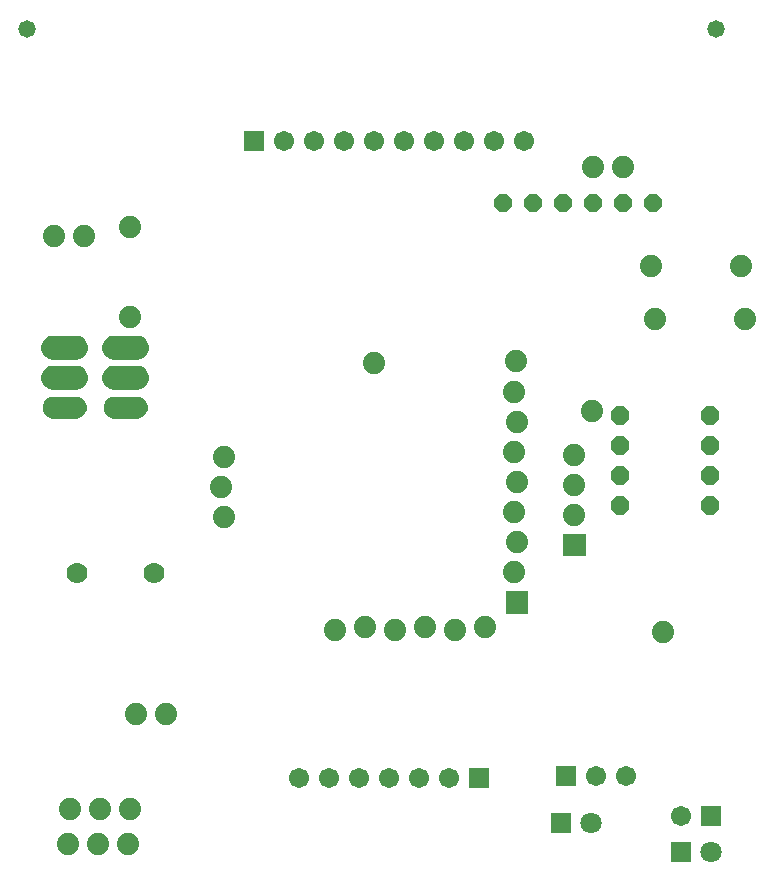
<source format=gbr>
G04 DipTrace 2.4.0.2*
%INBottomMask.gbr*%
%MOMM*%
%ADD20C,1.778*%
%ADD22C,1.88*%
%ADD33C,1.474*%
%ADD35C,1.704*%
%ADD37R,1.704X1.704*%
%ADD39R,1.804X1.804*%
%ADD41C,1.804*%
%FSLAX53Y53*%
G04*
G71*
G90*
G75*
G01*
%LNBotMask*%
%LPD*%
D41*
X59937Y6083D3*
D39*
X57397D3*
D41*
X49770Y8583D3*
D39*
X47230D3*
D37*
X21237Y66333D3*
D35*
X23777D3*
X26317D3*
X28857D3*
X31397D3*
X33937D3*
X36477D3*
X39017D3*
X41557D3*
X44097D3*
D37*
X40287Y12333D3*
D35*
X37747D3*
X35207D3*
X32667D3*
X30127D3*
X27587D3*
X25047D3*
D37*
X59937Y9167D3*
D35*
X57397D3*
D37*
X47627Y12583D3*
D35*
X50167D3*
X52707D3*
D33*
X2000Y75750D3*
X60333D3*
D20*
X12750Y29750D3*
X6250D3*
G36*
X51859Y42262D2*
X51392Y42730D1*
Y43391D1*
X51859Y43858D1*
X52520D1*
X52988Y43391D1*
Y42730D1*
X52520Y42262D1*
X51859D1*
G37*
G36*
Y39722D2*
X51392Y40190D1*
Y40851D1*
X51859Y41318D1*
X52520D1*
X52988Y40851D1*
Y40190D1*
X52520Y39722D1*
X51859D1*
G37*
G36*
Y37182D2*
X51392Y37649D1*
Y38310D1*
X51859Y38778D1*
X52520D1*
X52988Y38310D1*
Y37649D1*
X52520Y37182D1*
X51859D1*
G37*
G36*
Y34642D2*
X51392Y35109D1*
Y35770D1*
X51859Y36238D1*
X52520D1*
X52988Y35770D1*
Y35109D1*
X52520Y34642D1*
X51859D1*
G37*
G36*
X59480D2*
X59012Y35109D1*
Y35770D1*
X59480Y36238D1*
X60141D1*
X60608Y35770D1*
Y35109D1*
X60141Y34642D1*
X59480D1*
G37*
G36*
Y37182D2*
X59012Y37649D1*
Y38310D1*
X59480Y38778D1*
X60141D1*
X60608Y38310D1*
Y37649D1*
X60141Y37182D1*
X59480D1*
G37*
G36*
Y39722D2*
X59012Y40190D1*
Y40851D1*
X59480Y41318D1*
X60141D1*
X60608Y40851D1*
Y40190D1*
X60141Y39722D1*
X59480D1*
G37*
G36*
Y42262D2*
X59012Y42730D1*
Y43391D1*
X59480Y43858D1*
X60141D1*
X60608Y43391D1*
Y42730D1*
X60141Y42262D1*
X59480D1*
G37*
G36*
X4228Y42770D2*
X3906Y42827D1*
X3623Y42990D1*
X3413Y43239D1*
X3301Y43546D1*
Y43872D1*
X3413Y44179D1*
X3622Y44429D1*
X3905Y44593D1*
X4226Y44650D1*
X6106D1*
X6427Y44593D1*
X6710Y44430D1*
X6920Y44181D1*
X7032Y43874D1*
Y43548D1*
X6921Y43241D1*
X6711Y42991D1*
X6429Y42827D1*
X6107Y42770D1*
X4228D1*
G37*
G36*
X4219Y45208D2*
X3871Y45269D1*
X3557Y45450D1*
X3324Y45728D1*
X3200Y46068D1*
X3199Y46430D1*
X3323Y46771D1*
X3555Y47049D1*
X3869Y47230D1*
X4217Y47292D1*
X6115D1*
X6462Y47231D1*
X6776Y47050D1*
X7010Y46772D1*
X7134Y46432D1*
Y46070D1*
X7011Y45729D1*
X6778Y45451D1*
X6464Y45270D1*
X6116Y45208D1*
X4219D1*
G37*
G36*
Y47748D2*
X3871Y47809D1*
X3557Y47990D1*
X3324Y48268D1*
X3200Y48608D1*
X3199Y48970D1*
X3323Y49311D1*
X3555Y49589D1*
X3869Y49770D1*
X4217Y49832D1*
X6115D1*
X6462Y49771D1*
X6776Y49590D1*
X7010Y49312D1*
X7134Y48972D1*
Y48610D1*
X7011Y48269D1*
X6778Y47991D1*
X6464Y47810D1*
X6116Y47748D1*
X4219D1*
G37*
G36*
X9394Y42770D2*
X9073Y42827D1*
X8790Y42990D1*
X8580Y43239D1*
X8468Y43546D1*
Y43872D1*
X8579Y44179D1*
X8789Y44429D1*
X9071Y44593D1*
X9393Y44650D1*
X11272D1*
X11594Y44593D1*
X11877Y44430D1*
X12087Y44181D1*
X12199Y43874D1*
Y43548D1*
X12087Y43241D1*
X11878Y42991D1*
X11595Y42827D1*
X11274Y42770D1*
X9394D1*
G37*
G36*
X9385Y45208D2*
X9038Y45269D1*
X8724Y45450D1*
X8490Y45728D1*
X8366Y46068D1*
Y46430D1*
X8489Y46771D1*
X8722Y47049D1*
X9036Y47230D1*
X9384Y47292D1*
X11281D1*
X11629Y47231D1*
X11943Y47050D1*
X12176Y46772D1*
X12300Y46432D1*
X12301Y46070D1*
X12177Y45729D1*
X11945Y45451D1*
X11631Y45270D1*
X11283Y45208D1*
X9385D1*
G37*
G36*
Y47748D2*
X9038Y47809D1*
X8724Y47990D1*
X8490Y48268D1*
X8366Y48608D1*
Y48970D1*
X8489Y49311D1*
X8722Y49589D1*
X9036Y49770D1*
X9384Y49832D1*
X11281D1*
X11629Y49771D1*
X11943Y49590D1*
X12176Y49312D1*
X12300Y48972D1*
X12301Y48610D1*
X12177Y48269D1*
X11945Y47991D1*
X11631Y47810D1*
X11283Y47748D1*
X9385D1*
G37*
D22*
X11230Y17750D3*
X13770D3*
X6786Y58250D3*
X4246D3*
X10667Y51440D3*
Y59060D3*
X49897Y64083D3*
X52437D3*
G36*
X42634Y61848D2*
X43082Y61400D1*
Y60766D1*
X42634Y60318D1*
X42000D1*
X41552Y60766D1*
Y61400D1*
X42000Y61848D1*
X42634D1*
G37*
G36*
X45174D2*
X45622Y61400D1*
Y60766D1*
X45174Y60318D1*
X44540D1*
X44092Y60766D1*
Y61400D1*
X44540Y61848D1*
X45174D1*
G37*
G36*
X47714D2*
X48162Y61400D1*
Y60766D1*
X47714Y60318D1*
X47080D1*
X46632Y60766D1*
Y61400D1*
X47080Y61848D1*
X47714D1*
G37*
G36*
X50254D2*
X50702Y61400D1*
Y60766D1*
X50254Y60318D1*
X49620D1*
X49172Y60766D1*
Y61400D1*
X49620Y61848D1*
X50254D1*
G37*
G36*
X52794D2*
X53242Y61400D1*
Y60766D1*
X52794Y60318D1*
X52160D1*
X51712Y60766D1*
Y61400D1*
X52160Y61848D1*
X52794D1*
G37*
G36*
X55334D2*
X55782Y61400D1*
Y60766D1*
X55334Y60318D1*
X54700D1*
X54252Y60766D1*
Y61400D1*
X54700Y61848D1*
X55334D1*
G37*
G36*
X49273Y31167D2*
X47394D1*
Y33046D1*
X49273D1*
Y31167D1*
G37*
D22*
X48333Y34647D3*
Y37187D3*
Y39727D3*
X62810Y51250D3*
X55190D3*
X62477Y55750D3*
X54857D3*
X49833Y43417D3*
X55833Y24750D3*
X18649Y34460D3*
X18395Y37000D3*
X18649Y39540D3*
G36*
X42541Y26294D2*
X44421D1*
Y28174D1*
X42541D1*
Y26294D1*
G37*
D22*
X43227Y29774D3*
X43481Y32314D3*
X43227Y34854D3*
X43481Y37394D3*
X43227Y39934D3*
X43481Y42474D3*
X43227Y45014D3*
X43346Y47701D3*
X31376Y47520D3*
X40726Y25149D3*
X38186Y24895D3*
X35646Y25149D3*
X33106Y24895D3*
X30566Y25149D3*
X28026Y24895D3*
X10707Y9750D3*
X8167D3*
X5627D3*
X10540Y6750D3*
X8000D3*
X5460D3*
M02*

</source>
